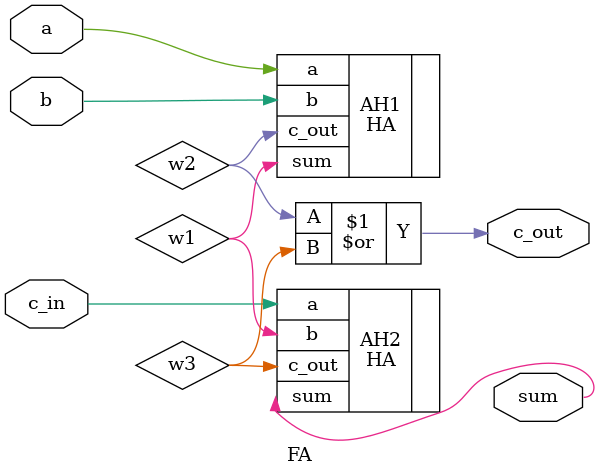
<source format=v>
module FA(c_out, sum, a, b, c_in);
	output sum, c_out;
	input a, b, c_in;
	wire w1, w2, w3;

	HA AH1(.sum(w1), .c_out(w2), .a(a), .b(b));
	HA AH2(.sum(sum), .c_out(w3), .a(c_in), .b(w1));
	or carry_bit(c_out, w2, w3);
endmodule


</source>
